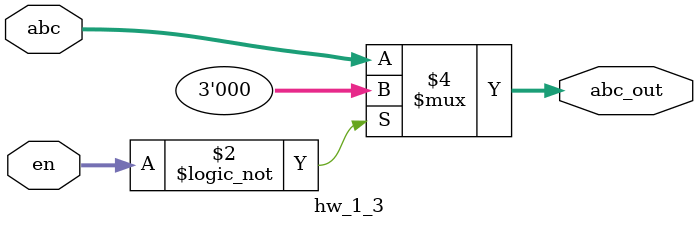
<source format=v>
module hw_1_3( 
     input      [2:0]abc,en,
     output reg [2:0]abc_out
);
always@(abc or en)
    if(!en)
        abc_out = 3'b0;
    else
        abc_out = abc;
endmodule



</source>
